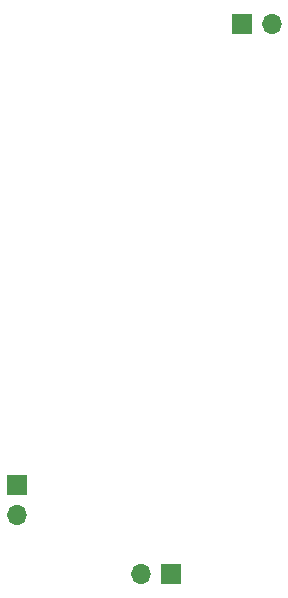
<source format=gbs>
G04 #@! TF.GenerationSoftware,KiCad,Pcbnew,8.0.0*
G04 #@! TF.CreationDate,2024-02-29T15:27:24+11:00*
G04 #@! TF.ProjectId,GingerLight,47696e67-6572-44c6-9967-68742e6b6963,rev?*
G04 #@! TF.SameCoordinates,Original*
G04 #@! TF.FileFunction,Soldermask,Bot*
G04 #@! TF.FilePolarity,Negative*
%FSLAX46Y46*%
G04 Gerber Fmt 4.6, Leading zero omitted, Abs format (unit mm)*
G04 Created by KiCad (PCBNEW 8.0.0) date 2024-02-29 15:27:24*
%MOMM*%
%LPD*%
G01*
G04 APERTURE LIST*
%ADD10R,1.700000X1.700000*%
%ADD11O,1.700000X1.700000*%
G04 APERTURE END LIST*
D10*
G04 #@! TO.C,J3*
X139400000Y-128515000D03*
D11*
X139400000Y-131055000D03*
G04 #@! TD*
D10*
G04 #@! TO.C,J2*
X152445000Y-136020000D03*
D11*
X149905000Y-136020000D03*
G04 #@! TD*
D10*
G04 #@! TO.C,J1*
X158425000Y-89500000D03*
D11*
X160965000Y-89500000D03*
G04 #@! TD*
M02*

</source>
